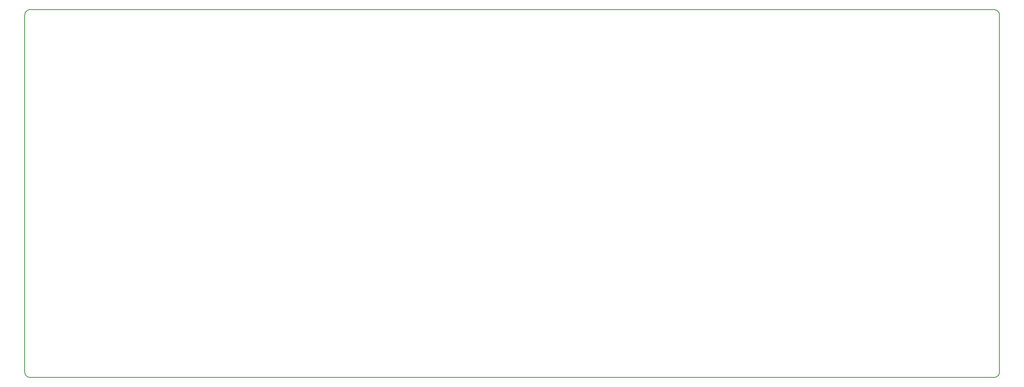
<source format=gbr>
G04 #@! TF.GenerationSoftware,KiCad,Pcbnew,(5.0.2)-1*
G04 #@! TF.CreationDate,2019-03-18T17:43:11+08:00*
G04 #@! TF.ProjectId,nqg,6e71672e-6b69-4636-9164-5f7063625858,rev?*
G04 #@! TF.SameCoordinates,Original*
G04 #@! TF.FileFunction,Profile,NP*
%FSLAX46Y46*%
G04 Gerber Fmt 4.6, Leading zero omitted, Abs format (unit mm)*
G04 Created by KiCad (PCBNEW (5.0.2)-1) date 18/03/2019 17:43:11*
%MOMM*%
%LPD*%
G01*
G04 APERTURE LIST*
%ADD10C,0.150000*%
G04 APERTURE END LIST*
D10*
X353608200Y-121441200D02*
X141681400Y-121441200D01*
X141681400Y-202402000D02*
X353608200Y-202402000D01*
X140490800Y-122631800D02*
X140490800Y-201211400D01*
X140490800Y-122631800D02*
G75*
G02X141681400Y-121441200I1190600J0D01*
G01*
X141681400Y-202402000D02*
G75*
G02X140490800Y-201211400I0J1190600D01*
G01*
X354798800Y-201211400D02*
X354798800Y-122631800D01*
X354798800Y-201211400D02*
G75*
G02X353608200Y-202402000I-1190600J0D01*
G01*
X353608200Y-121441200D02*
G75*
G02X354798800Y-122631800I0J-1190600D01*
G01*
M02*

</source>
